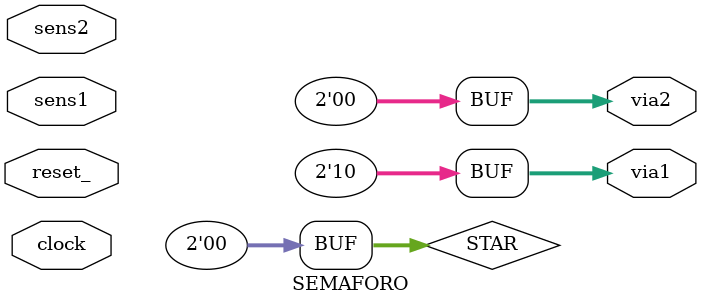
<source format=v>
`timescale 1s/10ms 
module TopLevel; 
  reg reset_; initial begin reset_=0; #6 reset_=1; #300; $stop; end 
  reg clock; initial clock=1; always #2.5 clock<=(!clock); 
  reg SENSOR1,SENSOR2; 
  wire[1:0] VIA1=sem.via1; 
  wire[1:0] VIA2=sem.via2; 
  wire[1:0] STAR=sem.STAR; 
  initial begin 
    SENSOR1<=0; SENSOR2<=0; #0.5 
    SENSOR1<=1; SENSOR2<=0; #10 
    SENSOR1<=1; SENSOR2<=1; #5 
    SENSOR1<=0; SENSOR2<=1; #15 
    SENSOR1<=1; SENSOR2<=0; #15 
    SENSOR1<=0; SENSOR2<=0; #5 
    $finish; 
  end    
  SEMAFORO sem(VIA1,VIA2,SENSOR1,SENSOR2,clock,reset_); 
endmodule

module SEMAFORO(via1,via2,sens1,sens2,clock,reset_);
  output[1:0] via1,via2;
  input sens1,sens2,clock,reset_;
  reg[1:0] STAR;
  
  parameter S0=0,S1=1,S2=2,S3=3;
  parameter ROSSO=0,GIALLO=1,VERDE=2;

  always @(reset_==0) #1 STAR<=S0;
  assign via1=(STAR==S0)?VERDE:(STAR==S1)?GIALLO:ROSSO;
  assign via2=(STAR==S2)?VERDE:(STAR==S3)?GIALLO:ROSSO;

  always @(posedge clock) if (reset_==1) #0.5
    casex(STAR)
      S0: STAR<=(sens1==1)?S0:S1;
      S1: STAR<=S2;
      S2: STAR<=(sens2==1)?S2:S3;
      S3: STAR<=S0;
    endcase
endmodule

</source>
